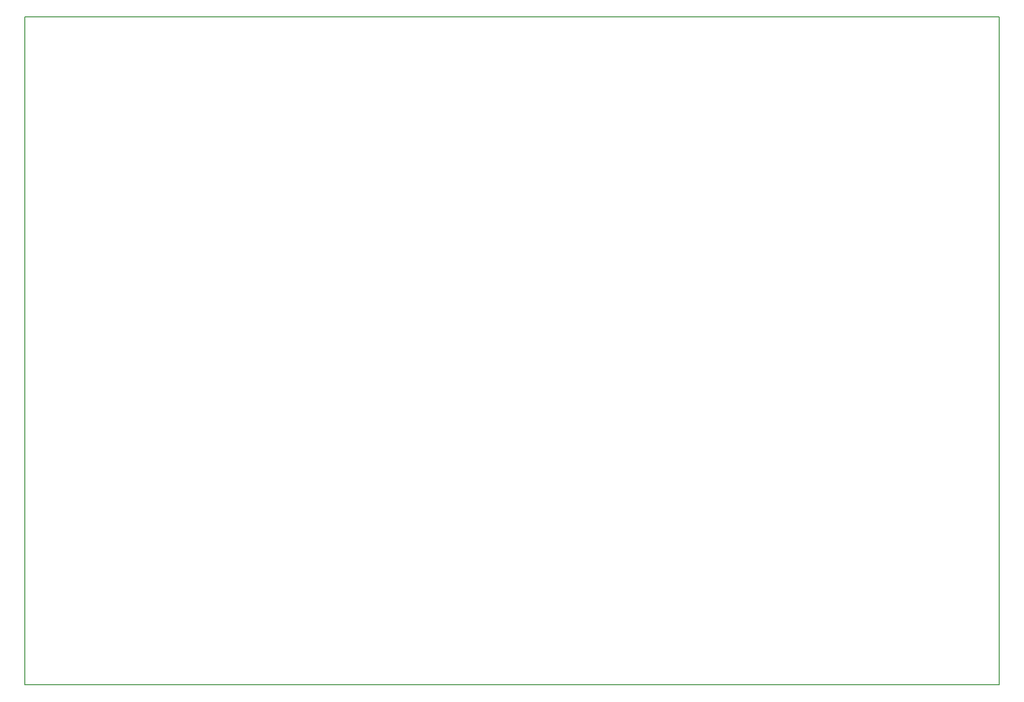
<source format=gm1>
G04 #@! TF.GenerationSoftware,KiCad,Pcbnew,5.0.1+dfsg1-3*
G04 #@! TF.CreationDate,2019-02-08T02:38:30+00:00*
G04 #@! TF.ProjectId,Trimodal Blameless_backup,5472696D6F64616C20426C616D656C65,rev?*
G04 #@! TF.SameCoordinates,Original*
G04 #@! TF.FileFunction,Profile,NP*
%FSLAX46Y46*%
G04 Gerber Fmt 4.6, Leading zero omitted, Abs format (unit mm)*
G04 Created by KiCad (PCBNEW 5.0.1+dfsg1-3) date Fri 08 Feb 2019 02:38:30 UTC*
%MOMM*%
%LPD*%
G01*
G04 APERTURE LIST*
%ADD10C,0.150000*%
G04 APERTURE END LIST*
D10*
X198120000Y-27432000D02*
X21844000Y-27432000D01*
X198120000Y-148336000D02*
X198120000Y-27432000D01*
X21844000Y-148336000D02*
X198120000Y-148336000D01*
X21844000Y-27432000D02*
X21844000Y-148336000D01*
M02*

</source>
